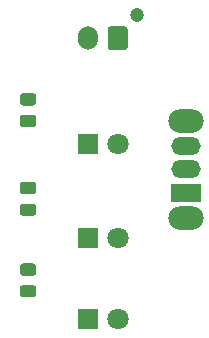
<source format=gbr>
%TF.GenerationSoftware,KiCad,Pcbnew,(5.1.9)-1*%
%TF.CreationDate,2022-03-01T01:02:47+08:00*%
%TF.ProjectId,LED,4c45442e-6b69-4636-9164-5f7063625858,rev?*%
%TF.SameCoordinates,Original*%
%TF.FileFunction,Soldermask,Top*%
%TF.FilePolarity,Negative*%
%FSLAX46Y46*%
G04 Gerber Fmt 4.6, Leading zero omitted, Abs format (unit mm)*
G04 Created by KiCad (PCBNEW (5.1.9)-1) date 2022-03-01 01:02:47*
%MOMM*%
%LPD*%
G01*
G04 APERTURE LIST*
%ADD10O,3.000000X2.000000*%
%ADD11O,2.500000X1.500000*%
%ADD12R,2.500000X1.500000*%
%ADD13C,1.200000*%
%ADD14O,1.700000X2.000000*%
%ADD15C,1.800000*%
%ADD16R,1.800000X1.800000*%
G04 APERTURE END LIST*
D10*
%TO.C,SW1*%
X186800000Y-91400000D03*
X186800000Y-99600000D03*
D11*
X186800000Y-93500000D03*
X186800000Y-95500000D03*
D12*
X186800000Y-97500000D03*
%TD*%
%TO.C,R3*%
G36*
G01*
X172949999Y-98400000D02*
X173850001Y-98400000D01*
G75*
G02*
X174100000Y-98649999I0J-249999D01*
G01*
X174100000Y-99175001D01*
G75*
G02*
X173850001Y-99425000I-249999J0D01*
G01*
X172949999Y-99425000D01*
G75*
G02*
X172700000Y-99175001I0J249999D01*
G01*
X172700000Y-98649999D01*
G75*
G02*
X172949999Y-98400000I249999J0D01*
G01*
G37*
G36*
G01*
X172949999Y-96575000D02*
X173850001Y-96575000D01*
G75*
G02*
X174100000Y-96824999I0J-249999D01*
G01*
X174100000Y-97350001D01*
G75*
G02*
X173850001Y-97600000I-249999J0D01*
G01*
X172949999Y-97600000D01*
G75*
G02*
X172700000Y-97350001I0J249999D01*
G01*
X172700000Y-96824999D01*
G75*
G02*
X172949999Y-96575000I249999J0D01*
G01*
G37*
%TD*%
%TO.C,R2*%
G36*
G01*
X172949999Y-105300000D02*
X173850001Y-105300000D01*
G75*
G02*
X174100000Y-105549999I0J-249999D01*
G01*
X174100000Y-106075001D01*
G75*
G02*
X173850001Y-106325000I-249999J0D01*
G01*
X172949999Y-106325000D01*
G75*
G02*
X172700000Y-106075001I0J249999D01*
G01*
X172700000Y-105549999D01*
G75*
G02*
X172949999Y-105300000I249999J0D01*
G01*
G37*
G36*
G01*
X172949999Y-103475000D02*
X173850001Y-103475000D01*
G75*
G02*
X174100000Y-103724999I0J-249999D01*
G01*
X174100000Y-104250001D01*
G75*
G02*
X173850001Y-104500000I-249999J0D01*
G01*
X172949999Y-104500000D01*
G75*
G02*
X172700000Y-104250001I0J249999D01*
G01*
X172700000Y-103724999D01*
G75*
G02*
X172949999Y-103475000I249999J0D01*
G01*
G37*
%TD*%
%TO.C,R1*%
G36*
G01*
X172949999Y-90900000D02*
X173850001Y-90900000D01*
G75*
G02*
X174100000Y-91149999I0J-249999D01*
G01*
X174100000Y-91675001D01*
G75*
G02*
X173850001Y-91925000I-249999J0D01*
G01*
X172949999Y-91925000D01*
G75*
G02*
X172700000Y-91675001I0J249999D01*
G01*
X172700000Y-91149999D01*
G75*
G02*
X172949999Y-90900000I249999J0D01*
G01*
G37*
G36*
G01*
X172949999Y-89075000D02*
X173850001Y-89075000D01*
G75*
G02*
X174100000Y-89324999I0J-249999D01*
G01*
X174100000Y-89850001D01*
G75*
G02*
X173850001Y-90100000I-249999J0D01*
G01*
X172949999Y-90100000D01*
G75*
G02*
X172700000Y-89850001I0J249999D01*
G01*
X172700000Y-89324999D01*
G75*
G02*
X172949999Y-89075000I249999J0D01*
G01*
G37*
%TD*%
D13*
%TO.C,J1*%
X182600000Y-82400000D03*
D14*
X178500000Y-84400000D03*
G36*
G01*
X181850000Y-83650000D02*
X181850000Y-85150000D01*
G75*
G02*
X181600000Y-85400000I-250000J0D01*
G01*
X180400000Y-85400000D01*
G75*
G02*
X180150000Y-85150000I0J250000D01*
G01*
X180150000Y-83650000D01*
G75*
G02*
X180400000Y-83400000I250000J0D01*
G01*
X181600000Y-83400000D01*
G75*
G02*
X181850000Y-83650000I0J-250000D01*
G01*
G37*
%TD*%
D15*
%TO.C,D3*%
X181015000Y-101300000D03*
D16*
X178475000Y-101300000D03*
%TD*%
D15*
%TO.C,D2*%
X181015000Y-108200000D03*
D16*
X178475000Y-108200000D03*
%TD*%
D15*
%TO.C,D1*%
X181015000Y-93400000D03*
D16*
X178475000Y-93400000D03*
%TD*%
M02*

</source>
